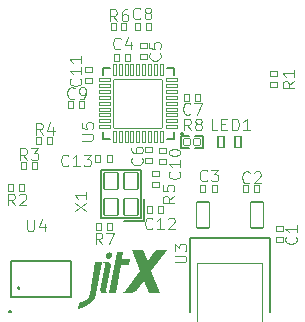
<source format=gbr>
%TF.GenerationSoftware,KiCad,Pcbnew,7.0.6*%
%TF.CreationDate,2023-07-11T12:05:29-07:00*%
%TF.ProjectId,jitx-design,6a697478-2d64-4657-9369-676e2e6b6963,rev?*%
%TF.SameCoordinates,Original*%
%TF.FileFunction,Legend,Top*%
%TF.FilePolarity,Positive*%
%FSLAX46Y46*%
G04 Gerber Fmt 4.6, Leading zero omitted, Abs format (unit mm)*
G04 Created by KiCad (PCBNEW 7.0.6) date 2023-07-11 12:05:29*
%MOMM*%
%LPD*%
G01*
G04 APERTURE LIST*
G04 Aperture macros list*
%AMRoundRect*
0 Rectangle with rounded corners*
0 $1 Rounding radius*
0 $2 $3 $4 $5 $6 $7 $8 $9 X,Y pos of 4 corners*
0 Add a 4 corners polygon primitive as box body*
4,1,4,$2,$3,$4,$5,$6,$7,$8,$9,$2,$3,0*
0 Add four circle primitives for the rounded corners*
1,1,$1+$1,$2,$3*
1,1,$1+$1,$4,$5*
1,1,$1+$1,$6,$7*
1,1,$1+$1,$8,$9*
0 Add four rect primitives between the rounded corners*
20,1,$1+$1,$2,$3,$4,$5,0*
20,1,$1+$1,$4,$5,$6,$7,0*
20,1,$1+$1,$6,$7,$8,$9,0*
20,1,$1+$1,$8,$9,$2,$3,0*%
G04 Aperture macros list end*
%ADD10C,0.100000*%
%ADD11C,0.152000*%
%ADD12C,0.150000*%
%ADD13RoundRect,0.051000X-0.283000X-0.270000X0.283000X-0.270000X0.283000X0.270000X-0.283000X0.270000X0*%
%ADD14RoundRect,0.050000X-0.300000X-0.186389X0.300000X-0.186389X0.300000X0.186389X-0.300000X0.186389X0*%
%ADD15RoundRect,0.050000X-0.208889X0.300000X-0.208889X-0.300000X0.208889X-0.300000X0.208889X0.300000X0*%
%ADD16RoundRect,0.051000X0.532000X-1.109000X0.532000X1.109000X-0.532000X1.109000X-0.532000X-1.109000X0*%
%ADD17RoundRect,0.051000X2.777000X-2.602000X2.777000X2.602000X-2.777000X2.602000X-2.777000X-2.602000X0*%
%ADD18RoundRect,0.050000X-0.190139X0.300000X-0.190139X-0.300000X0.190139X-0.300000X0.190139X0.300000X0*%
%ADD19C,2.100000*%
%ADD20RoundRect,0.050000X0.183889X-0.300000X0.183889X0.300000X-0.183889X0.300000X-0.183889X-0.300000X0*%
%ADD21RoundRect,0.051000X0.600000X-0.700000X0.600000X0.700000X-0.600000X0.700000X-0.600000X-0.700000X0*%
%ADD22RoundRect,0.050000X-0.300000X-0.190139X0.300000X-0.190139X0.300000X0.190139X-0.300000X0.190139X0*%
%ADD23O,0.690000X2.147000*%
%ADD24RoundRect,0.050000X0.300000X0.208889X-0.300000X0.208889X-0.300000X-0.208889X0.300000X-0.208889X0*%
%ADD25RoundRect,0.050000X-0.300000X-0.208889X0.300000X-0.208889X0.300000X0.208889X-0.300000X0.208889X0*%
%ADD26RoundRect,0.050000X-0.300000X-0.215139X0.300000X-0.215139X0.300000X0.215139X-0.300000X0.215139X0*%
%ADD27C,2.300000*%
%ADD28C,3.700000*%
%ADD29RoundRect,0.050000X0.208889X-0.300000X0.208889X0.300000X-0.208889X0.300000X-0.208889X-0.300000X0*%
%ADD30RoundRect,0.050000X0.256066X-0.475000X0.256066X0.475000X-0.256066X0.475000X-0.256066X-0.475000X0*%
%ADD31RoundRect,0.050000X0.190139X-0.300000X0.190139X0.300000X-0.190139X0.300000X-0.190139X-0.300000X0*%
%ADD32RoundRect,0.050000X-0.445000X0.140000X-0.445000X-0.140000X0.445000X-0.140000X0.445000X0.140000X0*%
%ADD33RoundRect,0.050000X-0.140000X-0.445000X0.140000X-0.445000X0.140000X0.445000X-0.140000X0.445000X0*%
%ADD34RoundRect,0.050000X2.050000X2.050000X-2.050000X2.050000X-2.050000X-2.050000X2.050000X-2.050000X0*%
%ADD35C,1.700000*%
%ADD36C,1.200000*%
G04 APERTURE END LIST*
D10*
X141031353Y-105867419D02*
X140698020Y-105391228D01*
X140459925Y-105867419D02*
X140459925Y-104867419D01*
X140459925Y-104867419D02*
X140840877Y-104867419D01*
X140840877Y-104867419D02*
X140936115Y-104915038D01*
X140936115Y-104915038D02*
X140983734Y-104962657D01*
X140983734Y-104962657D02*
X141031353Y-105057895D01*
X141031353Y-105057895D02*
X141031353Y-105200752D01*
X141031353Y-105200752D02*
X140983734Y-105295990D01*
X140983734Y-105295990D02*
X140936115Y-105343609D01*
X140936115Y-105343609D02*
X140840877Y-105391228D01*
X140840877Y-105391228D02*
X140459925Y-105391228D01*
X141602782Y-105295990D02*
X141507544Y-105248371D01*
X141507544Y-105248371D02*
X141459925Y-105200752D01*
X141459925Y-105200752D02*
X141412306Y-105105514D01*
X141412306Y-105105514D02*
X141412306Y-105057895D01*
X141412306Y-105057895D02*
X141459925Y-104962657D01*
X141459925Y-104962657D02*
X141507544Y-104915038D01*
X141507544Y-104915038D02*
X141602782Y-104867419D01*
X141602782Y-104867419D02*
X141793258Y-104867419D01*
X141793258Y-104867419D02*
X141888496Y-104915038D01*
X141888496Y-104915038D02*
X141936115Y-104962657D01*
X141936115Y-104962657D02*
X141983734Y-105057895D01*
X141983734Y-105057895D02*
X141983734Y-105105514D01*
X141983734Y-105105514D02*
X141936115Y-105200752D01*
X141936115Y-105200752D02*
X141888496Y-105248371D01*
X141888496Y-105248371D02*
X141793258Y-105295990D01*
X141793258Y-105295990D02*
X141602782Y-105295990D01*
X141602782Y-105295990D02*
X141507544Y-105343609D01*
X141507544Y-105343609D02*
X141459925Y-105391228D01*
X141459925Y-105391228D02*
X141412306Y-105486466D01*
X141412306Y-105486466D02*
X141412306Y-105676942D01*
X141412306Y-105676942D02*
X141459925Y-105772180D01*
X141459925Y-105772180D02*
X141507544Y-105819800D01*
X141507544Y-105819800D02*
X141602782Y-105867419D01*
X141602782Y-105867419D02*
X141793258Y-105867419D01*
X141793258Y-105867419D02*
X141888496Y-105819800D01*
X141888496Y-105819800D02*
X141936115Y-105772180D01*
X141936115Y-105772180D02*
X141983734Y-105676942D01*
X141983734Y-105676942D02*
X141983734Y-105486466D01*
X141983734Y-105486466D02*
X141936115Y-105391228D01*
X141936115Y-105391228D02*
X141888496Y-105343609D01*
X141888496Y-105343609D02*
X141793258Y-105295990D01*
X139649419Y-111418666D02*
X139173228Y-111751999D01*
X139649419Y-111990094D02*
X138649419Y-111990094D01*
X138649419Y-111990094D02*
X138649419Y-111609142D01*
X138649419Y-111609142D02*
X138697038Y-111513904D01*
X138697038Y-111513904D02*
X138744657Y-111466285D01*
X138744657Y-111466285D02*
X138839895Y-111418666D01*
X138839895Y-111418666D02*
X138982752Y-111418666D01*
X138982752Y-111418666D02*
X139077990Y-111466285D01*
X139077990Y-111466285D02*
X139125609Y-111513904D01*
X139125609Y-111513904D02*
X139173228Y-111609142D01*
X139173228Y-111609142D02*
X139173228Y-111990094D01*
X138649419Y-110513904D02*
X138649419Y-110990094D01*
X138649419Y-110990094D02*
X139125609Y-111037713D01*
X139125609Y-111037713D02*
X139077990Y-110990094D01*
X139077990Y-110990094D02*
X139030371Y-110894856D01*
X139030371Y-110894856D02*
X139030371Y-110656761D01*
X139030371Y-110656761D02*
X139077990Y-110561523D01*
X139077990Y-110561523D02*
X139125609Y-110513904D01*
X139125609Y-110513904D02*
X139220847Y-110466285D01*
X139220847Y-110466285D02*
X139458942Y-110466285D01*
X139458942Y-110466285D02*
X139554180Y-110513904D01*
X139554180Y-110513904D02*
X139601800Y-110561523D01*
X139601800Y-110561523D02*
X139649419Y-110656761D01*
X139649419Y-110656761D02*
X139649419Y-110894856D01*
X139649419Y-110894856D02*
X139601800Y-110990094D01*
X139601800Y-110990094D02*
X139554180Y-111037713D01*
X142415394Y-110090180D02*
X142367775Y-110137800D01*
X142367775Y-110137800D02*
X142224918Y-110185419D01*
X142224918Y-110185419D02*
X142129680Y-110185419D01*
X142129680Y-110185419D02*
X141986823Y-110137800D01*
X141986823Y-110137800D02*
X141891585Y-110042561D01*
X141891585Y-110042561D02*
X141843966Y-109947323D01*
X141843966Y-109947323D02*
X141796347Y-109756847D01*
X141796347Y-109756847D02*
X141796347Y-109613990D01*
X141796347Y-109613990D02*
X141843966Y-109423514D01*
X141843966Y-109423514D02*
X141891585Y-109328276D01*
X141891585Y-109328276D02*
X141986823Y-109233038D01*
X141986823Y-109233038D02*
X142129680Y-109185419D01*
X142129680Y-109185419D02*
X142224918Y-109185419D01*
X142224918Y-109185419D02*
X142367775Y-109233038D01*
X142367775Y-109233038D02*
X142415394Y-109280657D01*
X142748728Y-109185419D02*
X143367775Y-109185419D01*
X143367775Y-109185419D02*
X143034442Y-109566371D01*
X143034442Y-109566371D02*
X143177299Y-109566371D01*
X143177299Y-109566371D02*
X143272537Y-109613990D01*
X143272537Y-109613990D02*
X143320156Y-109661609D01*
X143320156Y-109661609D02*
X143367775Y-109756847D01*
X143367775Y-109756847D02*
X143367775Y-109994942D01*
X143367775Y-109994942D02*
X143320156Y-110090180D01*
X143320156Y-110090180D02*
X143272537Y-110137800D01*
X143272537Y-110137800D02*
X143177299Y-110185419D01*
X143177299Y-110185419D02*
X142891585Y-110185419D01*
X142891585Y-110185419D02*
X142796347Y-110137800D01*
X142796347Y-110137800D02*
X142748728Y-110090180D01*
X139665419Y-117044115D02*
X140474942Y-117044115D01*
X140474942Y-117044115D02*
X140570180Y-116996496D01*
X140570180Y-116996496D02*
X140617800Y-116948877D01*
X140617800Y-116948877D02*
X140665419Y-116853639D01*
X140665419Y-116853639D02*
X140665419Y-116663163D01*
X140665419Y-116663163D02*
X140617800Y-116567925D01*
X140617800Y-116567925D02*
X140570180Y-116520306D01*
X140570180Y-116520306D02*
X140474942Y-116472687D01*
X140474942Y-116472687D02*
X139665419Y-116472687D01*
X139665419Y-116091734D02*
X139665419Y-115472687D01*
X139665419Y-115472687D02*
X140046371Y-115806020D01*
X140046371Y-115806020D02*
X140046371Y-115663163D01*
X140046371Y-115663163D02*
X140093990Y-115567925D01*
X140093990Y-115567925D02*
X140141609Y-115520306D01*
X140141609Y-115520306D02*
X140236847Y-115472687D01*
X140236847Y-115472687D02*
X140474942Y-115472687D01*
X140474942Y-115472687D02*
X140570180Y-115520306D01*
X140570180Y-115520306D02*
X140617800Y-115567925D01*
X140617800Y-115567925D02*
X140665419Y-115663163D01*
X140665419Y-115663163D02*
X140665419Y-115948877D01*
X140665419Y-115948877D02*
X140617800Y-116044115D01*
X140617800Y-116044115D02*
X140570180Y-116091734D01*
X133550103Y-115519419D02*
X133216770Y-115043228D01*
X132978675Y-115519419D02*
X132978675Y-114519419D01*
X132978675Y-114519419D02*
X133359627Y-114519419D01*
X133359627Y-114519419D02*
X133454865Y-114567038D01*
X133454865Y-114567038D02*
X133502484Y-114614657D01*
X133502484Y-114614657D02*
X133550103Y-114709895D01*
X133550103Y-114709895D02*
X133550103Y-114852752D01*
X133550103Y-114852752D02*
X133502484Y-114947990D01*
X133502484Y-114947990D02*
X133454865Y-114995609D01*
X133454865Y-114995609D02*
X133359627Y-115043228D01*
X133359627Y-115043228D02*
X132978675Y-115043228D01*
X133883437Y-114519419D02*
X134550103Y-114519419D01*
X134550103Y-114519419D02*
X134121532Y-115519419D01*
X134789067Y-96630006D02*
X134455734Y-96153815D01*
X134217639Y-96630006D02*
X134217639Y-95630006D01*
X134217639Y-95630006D02*
X134598591Y-95630006D01*
X134598591Y-95630006D02*
X134693829Y-95677625D01*
X134693829Y-95677625D02*
X134741448Y-95725244D01*
X134741448Y-95725244D02*
X134789067Y-95820482D01*
X134789067Y-95820482D02*
X134789067Y-95963339D01*
X134789067Y-95963339D02*
X134741448Y-96058577D01*
X134741448Y-96058577D02*
X134693829Y-96106196D01*
X134693829Y-96106196D02*
X134598591Y-96153815D01*
X134598591Y-96153815D02*
X134217639Y-96153815D01*
X135646210Y-95630006D02*
X135455734Y-95630006D01*
X135455734Y-95630006D02*
X135360496Y-95677625D01*
X135360496Y-95677625D02*
X135312877Y-95725244D01*
X135312877Y-95725244D02*
X135217639Y-95868101D01*
X135217639Y-95868101D02*
X135170020Y-96058577D01*
X135170020Y-96058577D02*
X135170020Y-96439529D01*
X135170020Y-96439529D02*
X135217639Y-96534767D01*
X135217639Y-96534767D02*
X135265258Y-96582387D01*
X135265258Y-96582387D02*
X135360496Y-96630006D01*
X135360496Y-96630006D02*
X135550972Y-96630006D01*
X135550972Y-96630006D02*
X135646210Y-96582387D01*
X135646210Y-96582387D02*
X135693829Y-96534767D01*
X135693829Y-96534767D02*
X135741448Y-96439529D01*
X135741448Y-96439529D02*
X135741448Y-96201434D01*
X135741448Y-96201434D02*
X135693829Y-96106196D01*
X135693829Y-96106196D02*
X135646210Y-96058577D01*
X135646210Y-96058577D02*
X135550972Y-96010958D01*
X135550972Y-96010958D02*
X135360496Y-96010958D01*
X135360496Y-96010958D02*
X135265258Y-96058577D01*
X135265258Y-96058577D02*
X135217639Y-96106196D01*
X135217639Y-96106196D02*
X135170020Y-96201434D01*
X131196325Y-112651838D02*
X132196325Y-111985172D01*
X131196325Y-111985172D02*
X132196325Y-112651838D01*
X132196325Y-111080410D02*
X132196325Y-111651838D01*
X132196325Y-111366124D02*
X131196325Y-111366124D01*
X131196325Y-111366124D02*
X131339182Y-111461362D01*
X131339182Y-111461362D02*
X131434420Y-111556600D01*
X131434420Y-111556600D02*
X131482039Y-111651838D01*
X136739333Y-96374180D02*
X136691714Y-96421800D01*
X136691714Y-96421800D02*
X136548857Y-96469419D01*
X136548857Y-96469419D02*
X136453619Y-96469419D01*
X136453619Y-96469419D02*
X136310762Y-96421800D01*
X136310762Y-96421800D02*
X136215524Y-96326561D01*
X136215524Y-96326561D02*
X136167905Y-96231323D01*
X136167905Y-96231323D02*
X136120286Y-96040847D01*
X136120286Y-96040847D02*
X136120286Y-95897990D01*
X136120286Y-95897990D02*
X136167905Y-95707514D01*
X136167905Y-95707514D02*
X136215524Y-95612276D01*
X136215524Y-95612276D02*
X136310762Y-95517038D01*
X136310762Y-95517038D02*
X136453619Y-95469419D01*
X136453619Y-95469419D02*
X136548857Y-95469419D01*
X136548857Y-95469419D02*
X136691714Y-95517038D01*
X136691714Y-95517038D02*
X136739333Y-95564657D01*
X137310762Y-95897990D02*
X137215524Y-95850371D01*
X137215524Y-95850371D02*
X137167905Y-95802752D01*
X137167905Y-95802752D02*
X137120286Y-95707514D01*
X137120286Y-95707514D02*
X137120286Y-95659895D01*
X137120286Y-95659895D02*
X137167905Y-95564657D01*
X137167905Y-95564657D02*
X137215524Y-95517038D01*
X137215524Y-95517038D02*
X137310762Y-95469419D01*
X137310762Y-95469419D02*
X137501238Y-95469419D01*
X137501238Y-95469419D02*
X137596476Y-95517038D01*
X137596476Y-95517038D02*
X137644095Y-95564657D01*
X137644095Y-95564657D02*
X137691714Y-95659895D01*
X137691714Y-95659895D02*
X137691714Y-95707514D01*
X137691714Y-95707514D02*
X137644095Y-95802752D01*
X137644095Y-95802752D02*
X137596476Y-95850371D01*
X137596476Y-95850371D02*
X137501238Y-95897990D01*
X137501238Y-95897990D02*
X137310762Y-95897990D01*
X137310762Y-95897990D02*
X137215524Y-95945609D01*
X137215524Y-95945609D02*
X137167905Y-95993228D01*
X137167905Y-95993228D02*
X137120286Y-96088466D01*
X137120286Y-96088466D02*
X137120286Y-96278942D01*
X137120286Y-96278942D02*
X137167905Y-96374180D01*
X137167905Y-96374180D02*
X137215524Y-96421800D01*
X137215524Y-96421800D02*
X137310762Y-96469419D01*
X137310762Y-96469419D02*
X137501238Y-96469419D01*
X137501238Y-96469419D02*
X137596476Y-96421800D01*
X137596476Y-96421800D02*
X137644095Y-96374180D01*
X137644095Y-96374180D02*
X137691714Y-96278942D01*
X137691714Y-96278942D02*
X137691714Y-96088466D01*
X137691714Y-96088466D02*
X137644095Y-95993228D01*
X137644095Y-95993228D02*
X137596476Y-95945609D01*
X137596476Y-95945609D02*
X137501238Y-95897990D01*
X149809419Y-101709043D02*
X149333228Y-102042376D01*
X149809419Y-102280471D02*
X148809419Y-102280471D01*
X148809419Y-102280471D02*
X148809419Y-101899519D01*
X148809419Y-101899519D02*
X148857038Y-101804281D01*
X148857038Y-101804281D02*
X148904657Y-101756662D01*
X148904657Y-101756662D02*
X148999895Y-101709043D01*
X148999895Y-101709043D02*
X149142752Y-101709043D01*
X149142752Y-101709043D02*
X149237990Y-101756662D01*
X149237990Y-101756662D02*
X149285609Y-101804281D01*
X149285609Y-101804281D02*
X149333228Y-101899519D01*
X149333228Y-101899519D02*
X149333228Y-102280471D01*
X149809419Y-100756662D02*
X149809419Y-101328090D01*
X149809419Y-101042376D02*
X148809419Y-101042376D01*
X148809419Y-101042376D02*
X148952276Y-101137614D01*
X148952276Y-101137614D02*
X149047514Y-101232852D01*
X149047514Y-101232852D02*
X149095133Y-101328090D01*
X127176055Y-113419049D02*
X127176055Y-114228572D01*
X127176055Y-114228572D02*
X127223674Y-114323810D01*
X127223674Y-114323810D02*
X127271293Y-114371430D01*
X127271293Y-114371430D02*
X127366531Y-114419049D01*
X127366531Y-114419049D02*
X127557007Y-114419049D01*
X127557007Y-114419049D02*
X127652245Y-114371430D01*
X127652245Y-114371430D02*
X127699864Y-114323810D01*
X127699864Y-114323810D02*
X127747483Y-114228572D01*
X127747483Y-114228572D02*
X127747483Y-113419049D01*
X128652245Y-113752382D02*
X128652245Y-114419049D01*
X128414150Y-113371430D02*
X128176055Y-114085715D01*
X128176055Y-114085715D02*
X128795102Y-114085715D01*
X136894413Y-108186878D02*
X136942033Y-108234497D01*
X136942033Y-108234497D02*
X136989652Y-108377354D01*
X136989652Y-108377354D02*
X136989652Y-108472592D01*
X136989652Y-108472592D02*
X136942033Y-108615449D01*
X136942033Y-108615449D02*
X136846794Y-108710687D01*
X136846794Y-108710687D02*
X136751556Y-108758306D01*
X136751556Y-108758306D02*
X136561080Y-108805925D01*
X136561080Y-108805925D02*
X136418223Y-108805925D01*
X136418223Y-108805925D02*
X136227747Y-108758306D01*
X136227747Y-108758306D02*
X136132509Y-108710687D01*
X136132509Y-108710687D02*
X136037271Y-108615449D01*
X136037271Y-108615449D02*
X135989652Y-108472592D01*
X135989652Y-108472592D02*
X135989652Y-108377354D01*
X135989652Y-108377354D02*
X136037271Y-108234497D01*
X136037271Y-108234497D02*
X136084890Y-108186878D01*
X135989652Y-107329735D02*
X135989652Y-107520211D01*
X135989652Y-107520211D02*
X136037271Y-107615449D01*
X136037271Y-107615449D02*
X136084890Y-107663068D01*
X136084890Y-107663068D02*
X136227747Y-107758306D01*
X136227747Y-107758306D02*
X136418223Y-107805925D01*
X136418223Y-107805925D02*
X136799175Y-107805925D01*
X136799175Y-107805925D02*
X136894413Y-107758306D01*
X136894413Y-107758306D02*
X136942033Y-107710687D01*
X136942033Y-107710687D02*
X136989652Y-107615449D01*
X136989652Y-107615449D02*
X136989652Y-107424973D01*
X136989652Y-107424973D02*
X136942033Y-107329735D01*
X136942033Y-107329735D02*
X136894413Y-107282116D01*
X136894413Y-107282116D02*
X136799175Y-107234497D01*
X136799175Y-107234497D02*
X136561080Y-107234497D01*
X136561080Y-107234497D02*
X136465842Y-107282116D01*
X136465842Y-107282116D02*
X136418223Y-107329735D01*
X136418223Y-107329735D02*
X136370604Y-107424973D01*
X136370604Y-107424973D02*
X136370604Y-107615449D01*
X136370604Y-107615449D02*
X136418223Y-107710687D01*
X136418223Y-107710687D02*
X136465842Y-107758306D01*
X136465842Y-107758306D02*
X136561080Y-107805925D01*
X135086456Y-98914180D02*
X135038837Y-98961800D01*
X135038837Y-98961800D02*
X134895980Y-99009419D01*
X134895980Y-99009419D02*
X134800742Y-99009419D01*
X134800742Y-99009419D02*
X134657885Y-98961800D01*
X134657885Y-98961800D02*
X134562647Y-98866561D01*
X134562647Y-98866561D02*
X134515028Y-98771323D01*
X134515028Y-98771323D02*
X134467409Y-98580847D01*
X134467409Y-98580847D02*
X134467409Y-98437990D01*
X134467409Y-98437990D02*
X134515028Y-98247514D01*
X134515028Y-98247514D02*
X134562647Y-98152276D01*
X134562647Y-98152276D02*
X134657885Y-98057038D01*
X134657885Y-98057038D02*
X134800742Y-98009419D01*
X134800742Y-98009419D02*
X134895980Y-98009419D01*
X134895980Y-98009419D02*
X135038837Y-98057038D01*
X135038837Y-98057038D02*
X135086456Y-98104657D01*
X135943599Y-98342752D02*
X135943599Y-99009419D01*
X135705504Y-97961800D02*
X135467409Y-98676085D01*
X135467409Y-98676085D02*
X136086456Y-98676085D01*
X149934364Y-114861480D02*
X149981984Y-114909099D01*
X149981984Y-114909099D02*
X150029603Y-115051956D01*
X150029603Y-115051956D02*
X150029603Y-115147194D01*
X150029603Y-115147194D02*
X149981984Y-115290051D01*
X149981984Y-115290051D02*
X149886745Y-115385289D01*
X149886745Y-115385289D02*
X149791507Y-115432908D01*
X149791507Y-115432908D02*
X149601031Y-115480527D01*
X149601031Y-115480527D02*
X149458174Y-115480527D01*
X149458174Y-115480527D02*
X149267698Y-115432908D01*
X149267698Y-115432908D02*
X149172460Y-115385289D01*
X149172460Y-115385289D02*
X149077222Y-115290051D01*
X149077222Y-115290051D02*
X149029603Y-115147194D01*
X149029603Y-115147194D02*
X149029603Y-115051956D01*
X149029603Y-115051956D02*
X149077222Y-114909099D01*
X149077222Y-114909099D02*
X149124841Y-114861480D01*
X150029603Y-113909099D02*
X150029603Y-114480527D01*
X150029603Y-114194813D02*
X149029603Y-114194813D01*
X149029603Y-114194813D02*
X149172460Y-114290051D01*
X149172460Y-114290051D02*
X149267698Y-114385289D01*
X149267698Y-114385289D02*
X149315317Y-114480527D01*
X131680180Y-101480857D02*
X131727800Y-101528476D01*
X131727800Y-101528476D02*
X131775419Y-101671333D01*
X131775419Y-101671333D02*
X131775419Y-101766571D01*
X131775419Y-101766571D02*
X131727800Y-101909428D01*
X131727800Y-101909428D02*
X131632561Y-102004666D01*
X131632561Y-102004666D02*
X131537323Y-102052285D01*
X131537323Y-102052285D02*
X131346847Y-102099904D01*
X131346847Y-102099904D02*
X131203990Y-102099904D01*
X131203990Y-102099904D02*
X131013514Y-102052285D01*
X131013514Y-102052285D02*
X130918276Y-102004666D01*
X130918276Y-102004666D02*
X130823038Y-101909428D01*
X130823038Y-101909428D02*
X130775419Y-101766571D01*
X130775419Y-101766571D02*
X130775419Y-101671333D01*
X130775419Y-101671333D02*
X130823038Y-101528476D01*
X130823038Y-101528476D02*
X130870657Y-101480857D01*
X131775419Y-100528476D02*
X131775419Y-101099904D01*
X131775419Y-100814190D02*
X130775419Y-100814190D01*
X130775419Y-100814190D02*
X130918276Y-100909428D01*
X130918276Y-100909428D02*
X131013514Y-101004666D01*
X131013514Y-101004666D02*
X131061133Y-101099904D01*
X131775419Y-99576095D02*
X131775419Y-100147523D01*
X131775419Y-99861809D02*
X130775419Y-99861809D01*
X130775419Y-99861809D02*
X130918276Y-99957047D01*
X130918276Y-99957047D02*
X131013514Y-100052285D01*
X131013514Y-100052285D02*
X131061133Y-100147523D01*
X141007585Y-104446558D02*
X140959966Y-104494178D01*
X140959966Y-104494178D02*
X140817109Y-104541797D01*
X140817109Y-104541797D02*
X140721871Y-104541797D01*
X140721871Y-104541797D02*
X140579014Y-104494178D01*
X140579014Y-104494178D02*
X140483776Y-104398939D01*
X140483776Y-104398939D02*
X140436157Y-104303701D01*
X140436157Y-104303701D02*
X140388538Y-104113225D01*
X140388538Y-104113225D02*
X140388538Y-103970368D01*
X140388538Y-103970368D02*
X140436157Y-103779892D01*
X140436157Y-103779892D02*
X140483776Y-103684654D01*
X140483776Y-103684654D02*
X140579014Y-103589416D01*
X140579014Y-103589416D02*
X140721871Y-103541797D01*
X140721871Y-103541797D02*
X140817109Y-103541797D01*
X140817109Y-103541797D02*
X140959966Y-103589416D01*
X140959966Y-103589416D02*
X141007585Y-103637035D01*
X141340919Y-103541797D02*
X142007585Y-103541797D01*
X142007585Y-103541797D02*
X141579014Y-104541797D01*
X137787142Y-114154180D02*
X137739523Y-114201800D01*
X137739523Y-114201800D02*
X137596666Y-114249419D01*
X137596666Y-114249419D02*
X137501428Y-114249419D01*
X137501428Y-114249419D02*
X137358571Y-114201800D01*
X137358571Y-114201800D02*
X137263333Y-114106561D01*
X137263333Y-114106561D02*
X137215714Y-114011323D01*
X137215714Y-114011323D02*
X137168095Y-113820847D01*
X137168095Y-113820847D02*
X137168095Y-113677990D01*
X137168095Y-113677990D02*
X137215714Y-113487514D01*
X137215714Y-113487514D02*
X137263333Y-113392276D01*
X137263333Y-113392276D02*
X137358571Y-113297038D01*
X137358571Y-113297038D02*
X137501428Y-113249419D01*
X137501428Y-113249419D02*
X137596666Y-113249419D01*
X137596666Y-113249419D02*
X137739523Y-113297038D01*
X137739523Y-113297038D02*
X137787142Y-113344657D01*
X138739523Y-114249419D02*
X138168095Y-114249419D01*
X138453809Y-114249419D02*
X138453809Y-113249419D01*
X138453809Y-113249419D02*
X138358571Y-113392276D01*
X138358571Y-113392276D02*
X138263333Y-113487514D01*
X138263333Y-113487514D02*
X138168095Y-113535133D01*
X139120476Y-113344657D02*
X139168095Y-113297038D01*
X139168095Y-113297038D02*
X139263333Y-113249419D01*
X139263333Y-113249419D02*
X139501428Y-113249419D01*
X139501428Y-113249419D02*
X139596666Y-113297038D01*
X139596666Y-113297038D02*
X139644285Y-113344657D01*
X139644285Y-113344657D02*
X139691904Y-113439895D01*
X139691904Y-113439895D02*
X139691904Y-113535133D01*
X139691904Y-113535133D02*
X139644285Y-113677990D01*
X139644285Y-113677990D02*
X139072857Y-114249419D01*
X139072857Y-114249419D02*
X139691904Y-114249419D01*
X140062180Y-109354857D02*
X140109800Y-109402476D01*
X140109800Y-109402476D02*
X140157419Y-109545333D01*
X140157419Y-109545333D02*
X140157419Y-109640571D01*
X140157419Y-109640571D02*
X140109800Y-109783428D01*
X140109800Y-109783428D02*
X140014561Y-109878666D01*
X140014561Y-109878666D02*
X139919323Y-109926285D01*
X139919323Y-109926285D02*
X139728847Y-109973904D01*
X139728847Y-109973904D02*
X139585990Y-109973904D01*
X139585990Y-109973904D02*
X139395514Y-109926285D01*
X139395514Y-109926285D02*
X139300276Y-109878666D01*
X139300276Y-109878666D02*
X139205038Y-109783428D01*
X139205038Y-109783428D02*
X139157419Y-109640571D01*
X139157419Y-109640571D02*
X139157419Y-109545333D01*
X139157419Y-109545333D02*
X139205038Y-109402476D01*
X139205038Y-109402476D02*
X139252657Y-109354857D01*
X140157419Y-108402476D02*
X140157419Y-108973904D01*
X140157419Y-108688190D02*
X139157419Y-108688190D01*
X139157419Y-108688190D02*
X139300276Y-108783428D01*
X139300276Y-108783428D02*
X139395514Y-108878666D01*
X139395514Y-108878666D02*
X139443133Y-108973904D01*
X139157419Y-107783428D02*
X139157419Y-107688190D01*
X139157419Y-107688190D02*
X139205038Y-107592952D01*
X139205038Y-107592952D02*
X139252657Y-107545333D01*
X139252657Y-107545333D02*
X139347895Y-107497714D01*
X139347895Y-107497714D02*
X139538371Y-107450095D01*
X139538371Y-107450095D02*
X139776466Y-107450095D01*
X139776466Y-107450095D02*
X139966942Y-107497714D01*
X139966942Y-107497714D02*
X140062180Y-107545333D01*
X140062180Y-107545333D02*
X140109800Y-107592952D01*
X140109800Y-107592952D02*
X140157419Y-107688190D01*
X140157419Y-107688190D02*
X140157419Y-107783428D01*
X140157419Y-107783428D02*
X140109800Y-107878666D01*
X140109800Y-107878666D02*
X140062180Y-107926285D01*
X140062180Y-107926285D02*
X139966942Y-107973904D01*
X139966942Y-107973904D02*
X139776466Y-108021523D01*
X139776466Y-108021523D02*
X139538371Y-108021523D01*
X139538371Y-108021523D02*
X139347895Y-107973904D01*
X139347895Y-107973904D02*
X139252657Y-107926285D01*
X139252657Y-107926285D02*
X139205038Y-107878666D01*
X139205038Y-107878666D02*
X139157419Y-107783428D01*
X143285829Y-105867419D02*
X142809639Y-105867419D01*
X142809639Y-105867419D02*
X142809639Y-104867419D01*
X143619163Y-105343609D02*
X143952496Y-105343609D01*
X144095353Y-105867419D02*
X143619163Y-105867419D01*
X143619163Y-105867419D02*
X143619163Y-104867419D01*
X143619163Y-104867419D02*
X144095353Y-104867419D01*
X144523925Y-105867419D02*
X144523925Y-104867419D01*
X144523925Y-104867419D02*
X144762020Y-104867419D01*
X144762020Y-104867419D02*
X144904877Y-104915038D01*
X144904877Y-104915038D02*
X145000115Y-105010276D01*
X145000115Y-105010276D02*
X145047734Y-105105514D01*
X145047734Y-105105514D02*
X145095353Y-105295990D01*
X145095353Y-105295990D02*
X145095353Y-105438847D01*
X145095353Y-105438847D02*
X145047734Y-105629323D01*
X145047734Y-105629323D02*
X145000115Y-105724561D01*
X145000115Y-105724561D02*
X144904877Y-105819800D01*
X144904877Y-105819800D02*
X144762020Y-105867419D01*
X144762020Y-105867419D02*
X144523925Y-105867419D01*
X146047734Y-105867419D02*
X145476306Y-105867419D01*
X145762020Y-105867419D02*
X145762020Y-104867419D01*
X145762020Y-104867419D02*
X145666782Y-105010276D01*
X145666782Y-105010276D02*
X145571544Y-105105514D01*
X145571544Y-105105514D02*
X145476306Y-105153133D01*
X138401523Y-99334306D02*
X138449143Y-99381925D01*
X138449143Y-99381925D02*
X138496762Y-99524782D01*
X138496762Y-99524782D02*
X138496762Y-99620020D01*
X138496762Y-99620020D02*
X138449143Y-99762877D01*
X138449143Y-99762877D02*
X138353904Y-99858115D01*
X138353904Y-99858115D02*
X138258666Y-99905734D01*
X138258666Y-99905734D02*
X138068190Y-99953353D01*
X138068190Y-99953353D02*
X137925333Y-99953353D01*
X137925333Y-99953353D02*
X137734857Y-99905734D01*
X137734857Y-99905734D02*
X137639619Y-99858115D01*
X137639619Y-99858115D02*
X137544381Y-99762877D01*
X137544381Y-99762877D02*
X137496762Y-99620020D01*
X137496762Y-99620020D02*
X137496762Y-99524782D01*
X137496762Y-99524782D02*
X137544381Y-99381925D01*
X137544381Y-99381925D02*
X137592000Y-99334306D01*
X137496762Y-98429544D02*
X137496762Y-98905734D01*
X137496762Y-98905734D02*
X137972952Y-98953353D01*
X137972952Y-98953353D02*
X137925333Y-98905734D01*
X137925333Y-98905734D02*
X137877714Y-98810496D01*
X137877714Y-98810496D02*
X137877714Y-98572401D01*
X137877714Y-98572401D02*
X137925333Y-98477163D01*
X137925333Y-98477163D02*
X137972952Y-98429544D01*
X137972952Y-98429544D02*
X138068190Y-98381925D01*
X138068190Y-98381925D02*
X138306285Y-98381925D01*
X138306285Y-98381925D02*
X138401523Y-98429544D01*
X138401523Y-98429544D02*
X138449143Y-98477163D01*
X138449143Y-98477163D02*
X138496762Y-98572401D01*
X138496762Y-98572401D02*
X138496762Y-98810496D01*
X138496762Y-98810496D02*
X138449143Y-98905734D01*
X138449143Y-98905734D02*
X138401523Y-98953353D01*
X126140727Y-112217419D02*
X125807394Y-111741228D01*
X125569299Y-112217419D02*
X125569299Y-111217419D01*
X125569299Y-111217419D02*
X125950251Y-111217419D01*
X125950251Y-111217419D02*
X126045489Y-111265038D01*
X126045489Y-111265038D02*
X126093108Y-111312657D01*
X126093108Y-111312657D02*
X126140727Y-111407895D01*
X126140727Y-111407895D02*
X126140727Y-111550752D01*
X126140727Y-111550752D02*
X126093108Y-111645990D01*
X126093108Y-111645990D02*
X126045489Y-111693609D01*
X126045489Y-111693609D02*
X125950251Y-111741228D01*
X125950251Y-111741228D02*
X125569299Y-111741228D01*
X126521680Y-111312657D02*
X126569299Y-111265038D01*
X126569299Y-111265038D02*
X126664537Y-111217419D01*
X126664537Y-111217419D02*
X126902632Y-111217419D01*
X126902632Y-111217419D02*
X126997870Y-111265038D01*
X126997870Y-111265038D02*
X127045489Y-111312657D01*
X127045489Y-111312657D02*
X127093108Y-111407895D01*
X127093108Y-111407895D02*
X127093108Y-111503133D01*
X127093108Y-111503133D02*
X127045489Y-111645990D01*
X127045489Y-111645990D02*
X126474061Y-112217419D01*
X126474061Y-112217419D02*
X127093108Y-112217419D01*
X131196411Y-103127276D02*
X131148792Y-103174896D01*
X131148792Y-103174896D02*
X131005935Y-103222515D01*
X131005935Y-103222515D02*
X130910697Y-103222515D01*
X130910697Y-103222515D02*
X130767840Y-103174896D01*
X130767840Y-103174896D02*
X130672602Y-103079657D01*
X130672602Y-103079657D02*
X130624983Y-102984419D01*
X130624983Y-102984419D02*
X130577364Y-102793943D01*
X130577364Y-102793943D02*
X130577364Y-102651086D01*
X130577364Y-102651086D02*
X130624983Y-102460610D01*
X130624983Y-102460610D02*
X130672602Y-102365372D01*
X130672602Y-102365372D02*
X130767840Y-102270134D01*
X130767840Y-102270134D02*
X130910697Y-102222515D01*
X130910697Y-102222515D02*
X131005935Y-102222515D01*
X131005935Y-102222515D02*
X131148792Y-102270134D01*
X131148792Y-102270134D02*
X131196411Y-102317753D01*
X131672602Y-103222515D02*
X131863078Y-103222515D01*
X131863078Y-103222515D02*
X131958316Y-103174896D01*
X131958316Y-103174896D02*
X132005935Y-103127276D01*
X132005935Y-103127276D02*
X132101173Y-102984419D01*
X132101173Y-102984419D02*
X132148792Y-102793943D01*
X132148792Y-102793943D02*
X132148792Y-102412991D01*
X132148792Y-102412991D02*
X132101173Y-102317753D01*
X132101173Y-102317753D02*
X132053554Y-102270134D01*
X132053554Y-102270134D02*
X131958316Y-102222515D01*
X131958316Y-102222515D02*
X131767840Y-102222515D01*
X131767840Y-102222515D02*
X131672602Y-102270134D01*
X131672602Y-102270134D02*
X131624983Y-102317753D01*
X131624983Y-102317753D02*
X131577364Y-102412991D01*
X131577364Y-102412991D02*
X131577364Y-102651086D01*
X131577364Y-102651086D02*
X131624983Y-102746324D01*
X131624983Y-102746324D02*
X131672602Y-102793943D01*
X131672602Y-102793943D02*
X131767840Y-102841562D01*
X131767840Y-102841562D02*
X131958316Y-102841562D01*
X131958316Y-102841562D02*
X132053554Y-102793943D01*
X132053554Y-102793943D02*
X132101173Y-102746324D01*
X132101173Y-102746324D02*
X132148792Y-102651086D01*
X146011317Y-110251714D02*
X145963698Y-110299334D01*
X145963698Y-110299334D02*
X145820841Y-110346953D01*
X145820841Y-110346953D02*
X145725603Y-110346953D01*
X145725603Y-110346953D02*
X145582746Y-110299334D01*
X145582746Y-110299334D02*
X145487508Y-110204095D01*
X145487508Y-110204095D02*
X145439889Y-110108857D01*
X145439889Y-110108857D02*
X145392270Y-109918381D01*
X145392270Y-109918381D02*
X145392270Y-109775524D01*
X145392270Y-109775524D02*
X145439889Y-109585048D01*
X145439889Y-109585048D02*
X145487508Y-109489810D01*
X145487508Y-109489810D02*
X145582746Y-109394572D01*
X145582746Y-109394572D02*
X145725603Y-109346953D01*
X145725603Y-109346953D02*
X145820841Y-109346953D01*
X145820841Y-109346953D02*
X145963698Y-109394572D01*
X145963698Y-109394572D02*
X146011317Y-109442191D01*
X146392270Y-109442191D02*
X146439889Y-109394572D01*
X146439889Y-109394572D02*
X146535127Y-109346953D01*
X146535127Y-109346953D02*
X146773222Y-109346953D01*
X146773222Y-109346953D02*
X146868460Y-109394572D01*
X146868460Y-109394572D02*
X146916079Y-109442191D01*
X146916079Y-109442191D02*
X146963698Y-109537429D01*
X146963698Y-109537429D02*
X146963698Y-109632667D01*
X146963698Y-109632667D02*
X146916079Y-109775524D01*
X146916079Y-109775524D02*
X146344651Y-110346953D01*
X146344651Y-110346953D02*
X146963698Y-110346953D01*
X128495995Y-106237140D02*
X128162662Y-105760949D01*
X127924567Y-106237140D02*
X127924567Y-105237140D01*
X127924567Y-105237140D02*
X128305519Y-105237140D01*
X128305519Y-105237140D02*
X128400757Y-105284759D01*
X128400757Y-105284759D02*
X128448376Y-105332378D01*
X128448376Y-105332378D02*
X128495995Y-105427616D01*
X128495995Y-105427616D02*
X128495995Y-105570473D01*
X128495995Y-105570473D02*
X128448376Y-105665711D01*
X128448376Y-105665711D02*
X128400757Y-105713330D01*
X128400757Y-105713330D02*
X128305519Y-105760949D01*
X128305519Y-105760949D02*
X127924567Y-105760949D01*
X129353138Y-105570473D02*
X129353138Y-106237140D01*
X129115043Y-105189521D02*
X128876948Y-105903806D01*
X128876948Y-105903806D02*
X129495995Y-105903806D01*
X127176444Y-108393181D02*
X126843111Y-107916990D01*
X126605016Y-108393181D02*
X126605016Y-107393181D01*
X126605016Y-107393181D02*
X126985968Y-107393181D01*
X126985968Y-107393181D02*
X127081206Y-107440800D01*
X127081206Y-107440800D02*
X127128825Y-107488419D01*
X127128825Y-107488419D02*
X127176444Y-107583657D01*
X127176444Y-107583657D02*
X127176444Y-107726514D01*
X127176444Y-107726514D02*
X127128825Y-107821752D01*
X127128825Y-107821752D02*
X127081206Y-107869371D01*
X127081206Y-107869371D02*
X126985968Y-107916990D01*
X126985968Y-107916990D02*
X126605016Y-107916990D01*
X127509778Y-107393181D02*
X128128825Y-107393181D01*
X128128825Y-107393181D02*
X127795492Y-107774133D01*
X127795492Y-107774133D02*
X127938349Y-107774133D01*
X127938349Y-107774133D02*
X128033587Y-107821752D01*
X128033587Y-107821752D02*
X128081206Y-107869371D01*
X128081206Y-107869371D02*
X128128825Y-107964609D01*
X128128825Y-107964609D02*
X128128825Y-108202704D01*
X128128825Y-108202704D02*
X128081206Y-108297942D01*
X128081206Y-108297942D02*
X128033587Y-108345562D01*
X128033587Y-108345562D02*
X127938349Y-108393181D01*
X127938349Y-108393181D02*
X127652635Y-108393181D01*
X127652635Y-108393181D02*
X127557397Y-108345562D01*
X127557397Y-108345562D02*
X127509778Y-108297942D01*
X131791419Y-106729693D02*
X132600942Y-106729693D01*
X132600942Y-106729693D02*
X132696180Y-106682074D01*
X132696180Y-106682074D02*
X132743800Y-106634455D01*
X132743800Y-106634455D02*
X132791419Y-106539217D01*
X132791419Y-106539217D02*
X132791419Y-106348741D01*
X132791419Y-106348741D02*
X132743800Y-106253503D01*
X132743800Y-106253503D02*
X132696180Y-106205884D01*
X132696180Y-106205884D02*
X132600942Y-106158265D01*
X132600942Y-106158265D02*
X131791419Y-106158265D01*
X131791419Y-105205884D02*
X131791419Y-105682074D01*
X131791419Y-105682074D02*
X132267609Y-105729693D01*
X132267609Y-105729693D02*
X132219990Y-105682074D01*
X132219990Y-105682074D02*
X132172371Y-105586836D01*
X132172371Y-105586836D02*
X132172371Y-105348741D01*
X132172371Y-105348741D02*
X132219990Y-105253503D01*
X132219990Y-105253503D02*
X132267609Y-105205884D01*
X132267609Y-105205884D02*
X132362847Y-105158265D01*
X132362847Y-105158265D02*
X132600942Y-105158265D01*
X132600942Y-105158265D02*
X132696180Y-105205884D01*
X132696180Y-105205884D02*
X132743800Y-105253503D01*
X132743800Y-105253503D02*
X132791419Y-105348741D01*
X132791419Y-105348741D02*
X132791419Y-105586836D01*
X132791419Y-105586836D02*
X132743800Y-105682074D01*
X132743800Y-105682074D02*
X132696180Y-105729693D01*
X130675142Y-108820180D02*
X130627523Y-108867800D01*
X130627523Y-108867800D02*
X130484666Y-108915419D01*
X130484666Y-108915419D02*
X130389428Y-108915419D01*
X130389428Y-108915419D02*
X130246571Y-108867800D01*
X130246571Y-108867800D02*
X130151333Y-108772561D01*
X130151333Y-108772561D02*
X130103714Y-108677323D01*
X130103714Y-108677323D02*
X130056095Y-108486847D01*
X130056095Y-108486847D02*
X130056095Y-108343990D01*
X130056095Y-108343990D02*
X130103714Y-108153514D01*
X130103714Y-108153514D02*
X130151333Y-108058276D01*
X130151333Y-108058276D02*
X130246571Y-107963038D01*
X130246571Y-107963038D02*
X130389428Y-107915419D01*
X130389428Y-107915419D02*
X130484666Y-107915419D01*
X130484666Y-107915419D02*
X130627523Y-107963038D01*
X130627523Y-107963038D02*
X130675142Y-108010657D01*
X131627523Y-108915419D02*
X131056095Y-108915419D01*
X131341809Y-108915419D02*
X131341809Y-107915419D01*
X131341809Y-107915419D02*
X131246571Y-108058276D01*
X131246571Y-108058276D02*
X131151333Y-108153514D01*
X131151333Y-108153514D02*
X131056095Y-108201133D01*
X131960857Y-107915419D02*
X132579904Y-107915419D01*
X132579904Y-107915419D02*
X132246571Y-108296371D01*
X132246571Y-108296371D02*
X132389428Y-108296371D01*
X132389428Y-108296371D02*
X132484666Y-108343990D01*
X132484666Y-108343990D02*
X132532285Y-108391609D01*
X132532285Y-108391609D02*
X132579904Y-108486847D01*
X132579904Y-108486847D02*
X132579904Y-108724942D01*
X132579904Y-108724942D02*
X132532285Y-108820180D01*
X132532285Y-108820180D02*
X132484666Y-108867800D01*
X132484666Y-108867800D02*
X132389428Y-108915419D01*
X132389428Y-108915419D02*
X132103714Y-108915419D01*
X132103714Y-108915419D02*
X132008476Y-108867800D01*
X132008476Y-108867800D02*
X131960857Y-108820180D01*
D11*
%TO.C,R8*%
X140182658Y-106341852D02*
X140900658Y-106341852D01*
X140182658Y-107338852D02*
X140182658Y-106341852D01*
X140900658Y-107338852D02*
X140182658Y-107338852D01*
X141352658Y-107338852D02*
X142070658Y-107338852D01*
X142070658Y-106341852D02*
X141352658Y-106341852D01*
X142070658Y-107338852D02*
X142070658Y-106341852D01*
%TO.C,U3*%
X140983619Y-121258221D02*
X140983619Y-115006221D01*
X147736619Y-121258221D02*
X147736619Y-115006221D01*
X147736619Y-115006221D02*
X140983619Y-115006221D01*
%TO.C,X1*%
X135373506Y-113503485D02*
X137030506Y-113503485D01*
X137030506Y-113503485D02*
X137030506Y-111646485D01*
X133444506Y-113275485D02*
X133444506Y-109217485D01*
X136801506Y-113275485D02*
X133444506Y-113275485D01*
X133444506Y-109217485D02*
X136801506Y-109217485D01*
X136801506Y-109217485D02*
X136801506Y-113275485D01*
%TO.C,U4*%
X125846171Y-116918230D02*
X130898171Y-116918230D01*
X125846171Y-119961230D02*
X125846171Y-116918230D01*
X130898171Y-116918230D02*
X130898171Y-119961230D01*
X130898171Y-119961230D02*
X125846171Y-119961230D01*
G36*
X125750435Y-121065112D02*
G01*
X125778574Y-121073648D01*
X125804507Y-121087510D01*
X125827237Y-121106164D01*
X125845891Y-121128894D01*
X125859753Y-121154827D01*
X125868289Y-121182966D01*
X125871171Y-121212230D01*
X125868289Y-121241494D01*
X125859753Y-121269633D01*
X125845891Y-121295566D01*
X125827237Y-121318296D01*
X125804507Y-121336950D01*
X125778574Y-121350812D01*
X125750435Y-121359348D01*
X125721171Y-121362230D01*
X125691907Y-121359348D01*
X125663768Y-121350812D01*
X125637835Y-121336950D01*
X125615105Y-121318296D01*
X125596451Y-121295566D01*
X125582589Y-121269633D01*
X125574053Y-121241494D01*
X125571171Y-121212230D01*
X125574053Y-121182966D01*
X125582589Y-121154827D01*
X125596451Y-121128894D01*
X125615105Y-121106164D01*
X125637835Y-121087510D01*
X125663768Y-121073648D01*
X125691907Y-121065112D01*
X125721171Y-121062230D01*
X125750435Y-121065112D01*
G37*
G36*
X126496435Y-119062112D02*
G01*
X126524574Y-119070648D01*
X126550507Y-119084510D01*
X126573237Y-119103164D01*
X126591891Y-119125894D01*
X126605753Y-119151827D01*
X126614289Y-119179966D01*
X126617171Y-119209230D01*
X126614289Y-119238494D01*
X126605753Y-119266633D01*
X126591891Y-119292566D01*
X126573237Y-119315296D01*
X126550507Y-119333950D01*
X126524574Y-119347812D01*
X126496435Y-119356348D01*
X126467171Y-119359230D01*
X126437907Y-119356348D01*
X126409768Y-119347812D01*
X126383835Y-119333950D01*
X126361105Y-119315296D01*
X126342451Y-119292566D01*
X126328589Y-119266633D01*
X126320053Y-119238494D01*
X126317171Y-119209230D01*
X126320053Y-119179966D01*
X126328589Y-119151827D01*
X126342451Y-119125894D01*
X126361105Y-119103164D01*
X126383835Y-119084510D01*
X126409768Y-119070648D01*
X126437907Y-119062112D01*
X126467171Y-119059230D01*
X126496435Y-119062112D01*
G37*
%TO.C,JITX1*%
G36*
X138419474Y-119654074D02*
G01*
X137513126Y-119654189D01*
X137075674Y-118609902D01*
X137688908Y-117773428D01*
X138419474Y-119654074D01*
G37*
G36*
X135189617Y-116720464D02*
G01*
X135883115Y-116720759D01*
X135788975Y-117261096D01*
X135093902Y-117262120D01*
X134673004Y-119654151D01*
X134148684Y-119654163D01*
X134757056Y-116195811D01*
X135281132Y-116195773D01*
X135189617Y-116720464D01*
G37*
G36*
X139259140Y-115980617D02*
G01*
X139098726Y-116032978D01*
X138953427Y-116118784D01*
X138830119Y-116233977D01*
X137688908Y-117773428D01*
X137373628Y-116961821D01*
X137918891Y-116179718D01*
X138043780Y-116081314D01*
X138186358Y-116010941D01*
X138340429Y-115971659D01*
X138499296Y-115965174D01*
X139427081Y-115964180D01*
X139259140Y-115980617D01*
G37*
G36*
X136987193Y-115967048D02*
G01*
X137373628Y-116961821D01*
X137688908Y-117773428D01*
X137075674Y-118609902D01*
X136493715Y-119378451D01*
X136373327Y-119494721D01*
X136230469Y-119581920D01*
X136072027Y-119635847D01*
X135905636Y-119653901D01*
X134965129Y-119654035D01*
X135175194Y-119605624D01*
X135368343Y-119509895D01*
X135534084Y-119372051D01*
X136715398Y-117813083D01*
X136022937Y-115966177D01*
X136987193Y-115967048D01*
G37*
G36*
X133482187Y-117030373D02*
G01*
X133009987Y-119719145D01*
X132881538Y-120043832D01*
X132689976Y-120335765D01*
X132443245Y-120582838D01*
X132151578Y-120774803D01*
X131827069Y-120903702D01*
X131483176Y-120964188D01*
X131570106Y-120441455D01*
X131771757Y-120417615D01*
X131963848Y-120351790D01*
X132137740Y-120246942D01*
X132285614Y-120107785D01*
X132400821Y-119940575D01*
X132478180Y-119752833D01*
X132957303Y-117030348D01*
X133482187Y-117030373D01*
G37*
G36*
X134222903Y-116208752D02*
G01*
X134282082Y-116236236D01*
X134320494Y-116272819D01*
X134349804Y-116317032D01*
X134368540Y-116366658D01*
X134375763Y-116419210D01*
X134371112Y-116472051D01*
X134354818Y-116522532D01*
X134327701Y-116568122D01*
X134293666Y-116620095D01*
X134249929Y-116664216D01*
X134198257Y-116698705D01*
X134140733Y-116722169D01*
X134079681Y-116733663D01*
X134017563Y-116732722D01*
X133956886Y-116719384D01*
X133917092Y-116694229D01*
X133882970Y-116661794D01*
X133855831Y-116623326D01*
X133836719Y-116580302D01*
X133826367Y-116534376D01*
X133825174Y-116487313D01*
X133833185Y-116440922D01*
X133850093Y-116396985D01*
X133850092Y-116396986D01*
X133889557Y-116329923D01*
X133943309Y-116273661D01*
X134008502Y-116231180D01*
X134081681Y-116204731D01*
X134158969Y-116195714D01*
X134222903Y-116208752D01*
G37*
G36*
X134100798Y-117041635D02*
G01*
X134143867Y-117062583D01*
X134181196Y-117092590D01*
X134210911Y-117130150D01*
X134231523Y-117173382D01*
X134241999Y-117220116D01*
X134241813Y-117268009D01*
X133868888Y-119423288D01*
X133867187Y-119468278D01*
X133875540Y-119512518D01*
X133893528Y-119553790D01*
X133920249Y-119590025D01*
X133954364Y-119619406D01*
X133994160Y-119640458D01*
X134037644Y-119652128D01*
X133584508Y-119653062D01*
X133545047Y-119647839D01*
X133507363Y-119635018D01*
X133472904Y-119615091D01*
X133442995Y-119588824D01*
X133418785Y-119557228D01*
X133401205Y-119521515D01*
X133390929Y-119483059D01*
X133388354Y-119443337D01*
X133764092Y-117262925D01*
X133764418Y-117216752D01*
X133754574Y-117171640D01*
X133735043Y-117129801D01*
X133706783Y-117093286D01*
X133671179Y-117063887D01*
X133629977Y-117043044D01*
X133585199Y-117031781D01*
X134054147Y-117030796D01*
X134100798Y-117041635D01*
G37*
D12*
%TO.C,U5*%
X139595865Y-106604046D02*
X139595865Y-106004046D01*
X139595865Y-101204046D02*
X139595865Y-100604046D01*
X139595865Y-100604046D02*
X138995865Y-100604046D01*
X138995865Y-106604046D02*
X139595865Y-106604046D01*
X134195865Y-100604046D02*
X133595865Y-100604046D01*
X133595865Y-106604046D02*
X134195865Y-106604046D01*
X133595865Y-106004046D02*
X133595865Y-106604046D01*
X133595865Y-100604046D02*
X133595865Y-101204046D01*
G36*
X140308129Y-105996928D02*
G01*
X140336268Y-106005464D01*
X140362201Y-106019326D01*
X140384931Y-106037980D01*
X140403585Y-106060710D01*
X140417447Y-106086643D01*
X140425983Y-106114782D01*
X140428865Y-106144046D01*
X140425983Y-106173310D01*
X140417447Y-106201449D01*
X140403585Y-106227382D01*
X140384931Y-106250112D01*
X140362201Y-106268766D01*
X140336268Y-106282628D01*
X140308129Y-106291164D01*
X140278865Y-106294046D01*
X140249601Y-106291164D01*
X140221462Y-106282628D01*
X140195529Y-106268766D01*
X140172799Y-106250112D01*
X140154145Y-106227382D01*
X140140283Y-106201449D01*
X140131747Y-106173310D01*
X140128865Y-106144046D01*
X140131747Y-106114782D01*
X140140283Y-106086643D01*
X140154145Y-106060710D01*
X140172799Y-106037980D01*
X140195529Y-106019326D01*
X140221462Y-106005464D01*
X140249601Y-105996928D01*
X140278865Y-105994046D01*
X140308129Y-105996928D01*
G37*
%TD*%
%LPC*%
D13*
%TO.C,R8*%
X140693658Y-106840852D03*
X141559658Y-106840852D03*
%TD*%
D14*
%TO.C,R5*%
X138129245Y-109574220D03*
X138129245Y-110486442D03*
%TD*%
D15*
%TO.C,C3*%
X143060672Y-110835572D03*
X142103450Y-110835572D03*
%TD*%
D16*
%TO.C,U3*%
X146659619Y-113037221D03*
D17*
X144360619Y-119734221D03*
D16*
X142060619Y-113037221D03*
%TD*%
D18*
%TO.C,R7*%
X134176631Y-114068215D03*
X133256909Y-114068215D03*
%TD*%
D19*
%TO.C,U6*%
X126859670Y-98770685D03*
%TD*%
D20*
%TO.C,R6*%
X134502123Y-97122587D03*
X135409345Y-97122587D03*
%TD*%
D21*
%TO.C,X1*%
X135973506Y-112346485D03*
X135973506Y-110146485D03*
X134273506Y-110146485D03*
X134273506Y-112346485D03*
%TD*%
D19*
%TO.C,U8*%
X129640552Y-96501199D03*
%TD*%
D15*
%TO.C,C8*%
X137486311Y-97138773D03*
X136529089Y-97138773D03*
%TD*%
D22*
%TO.C,R1*%
X148106609Y-101082516D03*
X148106609Y-102002238D03*
%TD*%
D23*
%TO.C,U4*%
X126467171Y-121212230D03*
X127737171Y-121212230D03*
X129007171Y-121212230D03*
X130277171Y-121212230D03*
X130277171Y-115667230D03*
X129007171Y-115667230D03*
X127737171Y-115667230D03*
X126467171Y-115667230D03*
%TD*%
D24*
%TO.C,C6*%
X137482233Y-108498823D03*
X137482233Y-107541601D03*
%TD*%
D15*
%TO.C,C4*%
X135731734Y-99695657D03*
X134774512Y-99695657D03*
%TD*%
D25*
%TO.C,C1*%
X148622184Y-114216203D03*
X148622184Y-115173425D03*
%TD*%
D26*
%TO.C,C11*%
X132381115Y-100722671D03*
X132381115Y-101692393D03*
%TD*%
D15*
%TO.C,C7*%
X141652863Y-103134378D03*
X140695641Y-103134378D03*
%TD*%
D27*
%TO.C,U1*%
X150050000Y-97450000D03*
D28*
X150050000Y-97450000D03*
%TD*%
D29*
%TO.C,C12*%
X137573127Y-112571302D03*
X138530349Y-112571302D03*
%TD*%
D24*
%TO.C,C10*%
X138644942Y-108548873D03*
X138644942Y-107591651D03*
%TD*%
D30*
%TO.C,LED1*%
X143607724Y-106840352D03*
X145045592Y-106840352D03*
%TD*%
D19*
%TO.C,U9*%
X129639143Y-98796163D03*
%TD*%
D25*
%TO.C,C5*%
X137089343Y-98689029D03*
X137089343Y-99646251D03*
%TD*%
D31*
%TO.C,R2*%
X125847533Y-110727391D03*
X126767255Y-110727391D03*
%TD*%
D29*
%TO.C,C9*%
X130884467Y-103715096D03*
X131841689Y-103715096D03*
%TD*%
%TO.C,C2*%
X145699373Y-110839534D03*
X146656595Y-110839534D03*
%TD*%
D31*
%TO.C,R4*%
X128202801Y-106729721D03*
X129122523Y-106729721D03*
%TD*%
%TO.C,R3*%
X126883250Y-108885762D03*
X127802972Y-108885762D03*
%TD*%
D32*
%TO.C,U5*%
X139405865Y-105604046D03*
X139405865Y-105104046D03*
X139405865Y-104604046D03*
X139405865Y-104104046D03*
X139405865Y-103604046D03*
X139405865Y-103104046D03*
X139405865Y-102604046D03*
X139405865Y-102104046D03*
X139405865Y-101604046D03*
D33*
X138595865Y-100795046D03*
X138095865Y-100795046D03*
X137595865Y-100795046D03*
X137095865Y-100795046D03*
X136595865Y-100795046D03*
X136095865Y-100795046D03*
X135595865Y-100795046D03*
X135095865Y-100795046D03*
X134595865Y-100795046D03*
D32*
X133785865Y-101604046D03*
X133785865Y-102104046D03*
X133785865Y-102604046D03*
X133785865Y-103104046D03*
X133785865Y-103604046D03*
X133785865Y-104104046D03*
X133785865Y-104604046D03*
X133785865Y-105104046D03*
X133785865Y-105604046D03*
D33*
X134595865Y-106414046D03*
X135095865Y-106414046D03*
X135595865Y-106414046D03*
X136095865Y-106414046D03*
X136595865Y-106414046D03*
X137095865Y-106414046D03*
X137595865Y-106414046D03*
X138095865Y-106414046D03*
X138595865Y-106414046D03*
D34*
X136595865Y-103604046D03*
%TD*%
D19*
%TO.C,U7*%
X126853950Y-96515848D03*
%TD*%
D27*
%TO.C,U2*%
X150050000Y-118550000D03*
D28*
X150050000Y-118550000D03*
%TD*%
D15*
%TO.C,C13*%
X134168661Y-108309522D03*
X133211439Y-108309522D03*
%TD*%
D35*
%TO.C,Card1*%
X140225000Y-98500000D03*
D36*
X140275000Y-119500000D03*
%TD*%
%LPD*%
M02*

</source>
